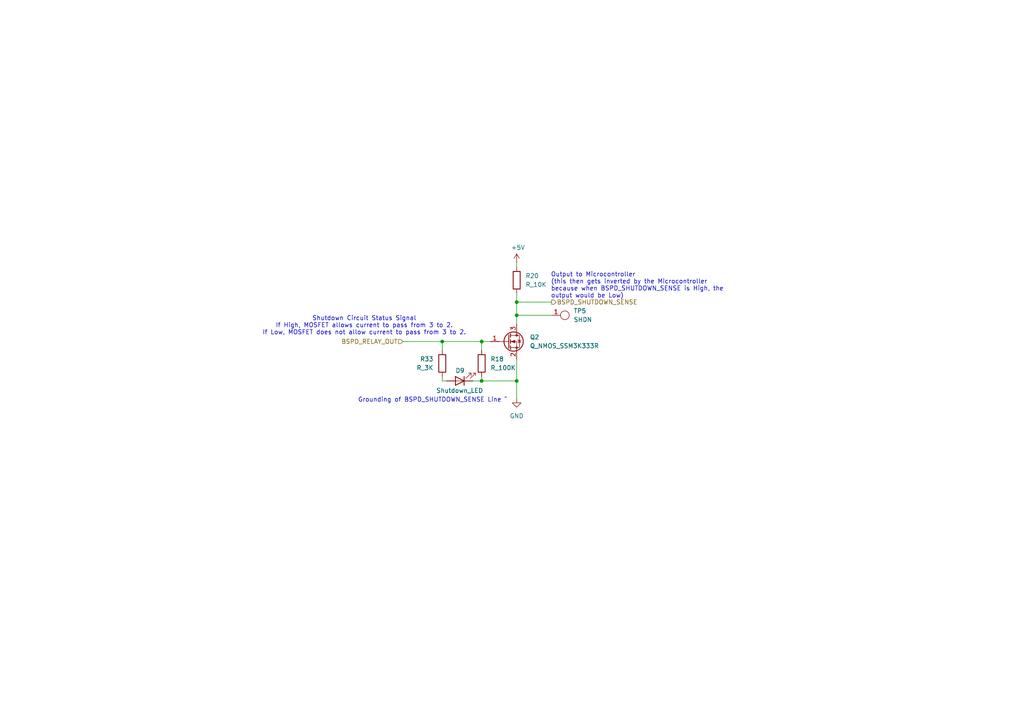
<source format=kicad_sch>
(kicad_sch
	(version 20250114)
	(generator "eeschema")
	(generator_version "9.0")
	(uuid "aade706e-ecd2-46ee-82a4-82083c270d1f")
	(paper "A4")
	(lib_symbols
		(symbol "GND_4"
			(power)
			(pin_numbers
				(hide yes)
			)
			(pin_names
				(offset 0)
				(hide yes)
			)
			(exclude_from_sim no)
			(in_bom yes)
			(on_board yes)
			(property "Reference" "#PWR"
				(at 0 -6.35 0)
				(effects
					(font
						(size 1.27 1.27)
					)
					(hide yes)
				)
			)
			(property "Value" "GND"
				(at 0 -3.81 0)
				(effects
					(font
						(size 1.27 1.27)
					)
				)
			)
			(property "Footprint" ""
				(at 0 0 0)
				(effects
					(font
						(size 1.27 1.27)
					)
					(hide yes)
				)
			)
			(property "Datasheet" ""
				(at 0 0 0)
				(effects
					(font
						(size 1.27 1.27)
					)
					(hide yes)
				)
			)
			(property "Description" "Power symbol creates a global label with name \"GND\" , ground"
				(at 0 0 0)
				(effects
					(font
						(size 1.27 1.27)
					)
					(hide yes)
				)
			)
			(property "ki_keywords" "global power"
				(at 0 0 0)
				(effects
					(font
						(size 1.27 1.27)
					)
					(hide yes)
				)
			)
			(symbol "GND_4_0_1"
				(polyline
					(pts
						(xy 0 0) (xy 0 -1.27) (xy 1.27 -1.27) (xy 0 -2.54) (xy -1.27 -1.27) (xy 0 -1.27)
					)
					(stroke
						(width 0)
						(type default)
					)
					(fill
						(type none)
					)
				)
			)
			(symbol "GND_4_1_1"
				(pin power_in line
					(at 0 0 270)
					(length 0)
					(name "~"
						(effects
							(font
								(size 1.27 1.27)
							)
						)
					)
					(number "1"
						(effects
							(font
								(size 1.27 1.27)
							)
						)
					)
				)
			)
			(embedded_fonts no)
		)
		(symbol "OEM:LED_BLUE"
			(pin_numbers
				(hide yes)
			)
			(pin_names
				(offset 1.016)
				(hide yes)
			)
			(exclude_from_sim no)
			(in_bom yes)
			(on_board yes)
			(property "Reference" "D"
				(at 0 2.54 0)
				(effects
					(font
						(size 1.27 1.27)
					)
				)
			)
			(property "Value" "LED_BLUE"
				(at 0 -2.54 0)
				(effects
					(font
						(size 1.27 1.27)
					)
				)
			)
			(property "Footprint" "OEM:CHIPLED_0805"
				(at 0 0 0)
				(effects
					(font
						(size 1.27 1.27)
					)
					(hide yes)
				)
			)
			(property "Datasheet" "${OEM_DIR}/parts/datasheets/lite-on_LTST-C171TBKT.pdf"
				(at 0 0 0)
				(effects
					(font
						(size 1.27 1.27)
					)
					(hide yes)
				)
			)
			(property "Description" "Light emitting diode blue 0805"
				(at 0 0 0)
				(effects
					(font
						(size 1.27 1.27)
					)
					(hide yes)
				)
			)
			(property "MPN" "LTST-C171TBKT"
				(at 0 0 0)
				(effects
					(font
						(size 1.27 1.27)
					)
					(hide yes)
				)
			)
			(property "MFN" "Lite-On"
				(at 0 0 0)
				(effects
					(font
						(size 1.27 1.27)
					)
					(hide yes)
				)
			)
			(property "DKPN" "160-1645-6-ND"
				(at 0 0 0)
				(effects
					(font
						(size 1.27 1.27)
					)
					(hide yes)
				)
			)
			(property "Package" "0805"
				(at 0 0 0)
				(effects
					(font
						(size 1.27 1.27)
					)
					(hide yes)
				)
			)
			(property "NewDesigns" "Yes"
				(at 0 0 0)
				(effects
					(font
						(size 1.27 1.27)
					)
					(hide yes)
				)
			)
			(property "Stocked" "Digi-Reel"
				(at 0 0 0)
				(effects
					(font
						(size 1.27 1.27)
					)
					(hide yes)
				)
			)
			(property "Style" "SMD"
				(at 0 0 0)
				(effects
					(font
						(size 1.27 1.27)
					)
					(hide yes)
				)
			)
			(property "ki_keywords" "LED diode"
				(at 0 0 0)
				(effects
					(font
						(size 1.27 1.27)
					)
					(hide yes)
				)
			)
			(property "ki_fp_filters" "LED* LED_SMD:* LED_THT:*"
				(at 0 0 0)
				(effects
					(font
						(size 1.27 1.27)
					)
					(hide yes)
				)
			)
			(symbol "LED_BLUE_0_1"
				(polyline
					(pts
						(xy -3.048 -0.762) (xy -4.572 -2.286) (xy -3.81 -2.286) (xy -4.572 -2.286) (xy -4.572 -1.524)
					)
					(stroke
						(width 0)
						(type default)
					)
					(fill
						(type none)
					)
				)
				(polyline
					(pts
						(xy -1.778 -0.762) (xy -3.302 -2.286) (xy -2.54 -2.286) (xy -3.302 -2.286) (xy -3.302 -1.524)
					)
					(stroke
						(width 0)
						(type default)
					)
					(fill
						(type none)
					)
				)
				(polyline
					(pts
						(xy -1.27 0) (xy 1.27 0)
					)
					(stroke
						(width 0)
						(type default)
					)
					(fill
						(type none)
					)
				)
				(polyline
					(pts
						(xy -1.27 -1.27) (xy -1.27 1.27)
					)
					(stroke
						(width 0.254)
						(type default)
					)
					(fill
						(type none)
					)
				)
				(polyline
					(pts
						(xy 1.27 -1.27) (xy 1.27 1.27) (xy -1.27 0) (xy 1.27 -1.27)
					)
					(stroke
						(width 0.254)
						(type default)
					)
					(fill
						(type none)
					)
				)
			)
			(symbol "LED_BLUE_1_1"
				(pin passive line
					(at -3.81 0 0)
					(length 2.54)
					(name "K"
						(effects
							(font
								(size 1.27 1.27)
							)
						)
					)
					(number "1"
						(effects
							(font
								(size 1.27 1.27)
							)
						)
					)
				)
				(pin passive line
					(at 3.81 0 180)
					(length 2.54)
					(name "A"
						(effects
							(font
								(size 1.27 1.27)
							)
						)
					)
					(number "2"
						(effects
							(font
								(size 1.27 1.27)
							)
						)
					)
				)
			)
			(embedded_fonts no)
		)
		(symbol "OEM:Q_NMOS_SSM3K333R"
			(pin_names
				(offset 0)
				(hide yes)
			)
			(exclude_from_sim no)
			(in_bom yes)
			(on_board yes)
			(property "Reference" "Q"
				(at 5.08 1.27 0)
				(effects
					(font
						(size 1.27 1.27)
					)
					(justify left)
				)
			)
			(property "Value" "Q_NMOS_SSM3K333R"
				(at 5.08 -1.27 0)
				(effects
					(font
						(size 1.27 1.27)
					)
					(justify left)
				)
			)
			(property "Footprint" "OEM:SOT-23F"
				(at 5.08 2.54 0)
				(effects
					(font
						(size 1.27 1.27)
					)
					(hide yes)
				)
			)
			(property "Datasheet" "${OEM_DIR}/parts/datasheets/toshiba_SSM3K333R.pdf"
				(at 0 0 0)
				(effects
					(font
						(size 1.27 1.27)
					)
					(hide yes)
				)
			)
			(property "Description" "N-MOSFET transistor 30V 6A 5V drive"
				(at 0 0 0)
				(effects
					(font
						(size 1.27 1.27)
					)
					(hide yes)
				)
			)
			(property "MPN" "SSM3K333R,LF"
				(at 0 0 0)
				(effects
					(font
						(size 1.27 1.27)
					)
					(hide yes)
				)
			)
			(property "MFN" "Toshiba"
				(at 0 0 0)
				(effects
					(font
						(size 1.27 1.27)
					)
					(hide yes)
				)
			)
			(property "DKPN" "SSM3K333RLFDKR-ND"
				(at 0 0 0)
				(effects
					(font
						(size 1.27 1.27)
					)
					(hide yes)
				)
			)
			(property "Package" "SOT-23"
				(at 0 0 0)
				(effects
					(font
						(size 1.27 1.27)
					)
					(hide yes)
				)
			)
			(property "NewDesigns" "YES"
				(at 0 0 0)
				(effects
					(font
						(size 1.27 1.27)
					)
					(hide yes)
				)
			)
			(property "Stocked" "Digi-Reel"
				(at 0 0 0)
				(effects
					(font
						(size 1.27 1.27)
					)
					(hide yes)
				)
			)
			(property "Style" "SMD"
				(at 0 0 0)
				(effects
					(font
						(size 1.27 1.27)
					)
					(hide yes)
				)
			)
			(property "ki_keywords" "transistor NMOS N-MOS N-MOSFET"
				(at 0 0 0)
				(effects
					(font
						(size 1.27 1.27)
					)
					(hide yes)
				)
			)
			(symbol "Q_NMOS_SSM3K333R_0_1"
				(polyline
					(pts
						(xy 0.254 1.905) (xy 0.254 -1.905)
					)
					(stroke
						(width 0.254)
						(type default)
					)
					(fill
						(type none)
					)
				)
				(polyline
					(pts
						(xy 0.254 0) (xy -2.54 0)
					)
					(stroke
						(width 0)
						(type default)
					)
					(fill
						(type none)
					)
				)
				(polyline
					(pts
						(xy 0.762 2.286) (xy 0.762 1.27)
					)
					(stroke
						(width 0.254)
						(type default)
					)
					(fill
						(type none)
					)
				)
				(polyline
					(pts
						(xy 0.762 0.508) (xy 0.762 -0.508)
					)
					(stroke
						(width 0.254)
						(type default)
					)
					(fill
						(type none)
					)
				)
				(polyline
					(pts
						(xy 0.762 -1.27) (xy 0.762 -2.286)
					)
					(stroke
						(width 0.254)
						(type default)
					)
					(fill
						(type none)
					)
				)
				(polyline
					(pts
						(xy 0.762 -1.778) (xy 3.302 -1.778) (xy 3.302 1.778) (xy 0.762 1.778)
					)
					(stroke
						(width 0)
						(type default)
					)
					(fill
						(type none)
					)
				)
				(polyline
					(pts
						(xy 1.016 0) (xy 2.032 0.381) (xy 2.032 -0.381) (xy 1.016 0)
					)
					(stroke
						(width 0)
						(type default)
					)
					(fill
						(type outline)
					)
				)
				(circle
					(center 1.651 0)
					(radius 2.794)
					(stroke
						(width 0.254)
						(type default)
					)
					(fill
						(type none)
					)
				)
				(polyline
					(pts
						(xy 2.54 2.54) (xy 2.54 1.778)
					)
					(stroke
						(width 0)
						(type default)
					)
					(fill
						(type none)
					)
				)
				(circle
					(center 2.54 1.778)
					(radius 0.254)
					(stroke
						(width 0)
						(type default)
					)
					(fill
						(type outline)
					)
				)
				(circle
					(center 2.54 -1.778)
					(radius 0.254)
					(stroke
						(width 0)
						(type default)
					)
					(fill
						(type outline)
					)
				)
				(polyline
					(pts
						(xy 2.54 -2.54) (xy 2.54 0) (xy 0.762 0)
					)
					(stroke
						(width 0)
						(type default)
					)
					(fill
						(type none)
					)
				)
				(polyline
					(pts
						(xy 2.794 0.508) (xy 2.921 0.381) (xy 3.683 0.381) (xy 3.81 0.254)
					)
					(stroke
						(width 0)
						(type default)
					)
					(fill
						(type none)
					)
				)
				(polyline
					(pts
						(xy 3.302 0.381) (xy 2.921 -0.254) (xy 3.683 -0.254) (xy 3.302 0.381)
					)
					(stroke
						(width 0)
						(type default)
					)
					(fill
						(type none)
					)
				)
			)
			(symbol "Q_NMOS_SSM3K333R_1_1"
				(pin input line
					(at -5.08 0 0)
					(length 2.54)
					(name "G"
						(effects
							(font
								(size 1.27 1.27)
							)
						)
					)
					(number "1"
						(effects
							(font
								(size 1.27 1.27)
							)
						)
					)
				)
				(pin passive line
					(at 2.54 5.08 270)
					(length 2.54)
					(name "D"
						(effects
							(font
								(size 1.27 1.27)
							)
						)
					)
					(number "3"
						(effects
							(font
								(size 1.27 1.27)
							)
						)
					)
				)
				(pin passive line
					(at 2.54 -5.08 90)
					(length 2.54)
					(name "S"
						(effects
							(font
								(size 1.27 1.27)
							)
						)
					)
					(number "2"
						(effects
							(font
								(size 1.27 1.27)
							)
						)
					)
				)
			)
			(embedded_fonts no)
		)
		(symbol "OEM:R_100K"
			(pin_numbers
				(hide yes)
			)
			(pin_names
				(offset 0)
			)
			(exclude_from_sim no)
			(in_bom yes)
			(on_board yes)
			(property "Reference" "R"
				(at 2.032 0 90)
				(effects
					(font
						(size 1.27 1.27)
					)
				)
			)
			(property "Value" "R_100K"
				(at 0 0 90)
				(effects
					(font
						(size 1.27 1.27)
					)
				)
			)
			(property "Footprint" "OEM:R_0603"
				(at -1.778 0 90)
				(effects
					(font
						(size 1.27 1.27)
					)
					(hide yes)
				)
			)
			(property "Datasheet" "${OEM_DIR}/parts/datasheets/stackpole_RMCF_RMCP.pdf"
				(at 0 0 0)
				(effects
					(font
						(size 1.27 1.27)
					)
					(hide yes)
				)
			)
			(property "Description" "Resistor 100K ohms 0603 1/10W 1%"
				(at 0 0 0)
				(effects
					(font
						(size 1.27 1.27)
					)
					(hide yes)
				)
			)
			(property "MPN" "RMCF0603FT100K"
				(at 0 0 0)
				(effects
					(font
						(size 1.27 1.27)
					)
					(hide yes)
				)
			)
			(property "MFN" "Stackpole Electronics"
				(at 0 0 0)
				(effects
					(font
						(size 1.27 1.27)
					)
					(hide yes)
				)
			)
			(property "DKPN" "RMCF0603FT100KTR-ND"
				(at 0 0 0)
				(effects
					(font
						(size 1.27 1.27)
					)
					(hide yes)
				)
			)
			(property "NewDesigns" "YES"
				(at 0 0 0)
				(effects
					(font
						(size 1.27 1.27)
					)
					(hide yes)
				)
			)
			(property "Stocked" "Reel"
				(at 0 0 0)
				(effects
					(font
						(size 1.27 1.27)
					)
					(hide yes)
				)
			)
			(property "Package" "0603"
				(at 0 0 0)
				(effects
					(font
						(size 1.27 1.27)
					)
					(hide yes)
				)
			)
			(property "Style" "SMD"
				(at 0 0 0)
				(effects
					(font
						(size 1.27 1.27)
					)
					(hide yes)
				)
			)
			(property "ki_keywords" "R res resistor "
				(at 0 0 0)
				(effects
					(font
						(size 1.27 1.27)
					)
					(hide yes)
				)
			)
			(property "ki_fp_filters" "R_*"
				(at 0 0 0)
				(effects
					(font
						(size 1.27 1.27)
					)
					(hide yes)
				)
			)
			(symbol "R_100K_0_1"
				(rectangle
					(start -1.016 -2.54)
					(end 1.016 2.54)
					(stroke
						(width 0.254)
						(type default)
					)
					(fill
						(type none)
					)
				)
			)
			(symbol "R_100K_1_1"
				(pin passive line
					(at 0 3.81 270)
					(length 1.27)
					(name "~"
						(effects
							(font
								(size 1.27 1.27)
							)
						)
					)
					(number "1"
						(effects
							(font
								(size 1.27 1.27)
							)
						)
					)
				)
				(pin passive line
					(at 0 -3.81 90)
					(length 1.27)
					(name "~"
						(effects
							(font
								(size 1.27 1.27)
							)
						)
					)
					(number "2"
						(effects
							(font
								(size 1.27 1.27)
							)
						)
					)
				)
			)
			(embedded_fonts no)
		)
		(symbol "OEM:R_10K"
			(pin_numbers
				(hide yes)
			)
			(pin_names
				(offset 0)
			)
			(exclude_from_sim no)
			(in_bom yes)
			(on_board yes)
			(property "Reference" "R"
				(at 2.032 0 90)
				(effects
					(font
						(size 1.27 1.27)
					)
				)
			)
			(property "Value" "R_10K"
				(at 0 0 90)
				(effects
					(font
						(size 1.27 1.27)
					)
				)
			)
			(property "Footprint" "OEM:R_0603"
				(at -1.778 0 90)
				(effects
					(font
						(size 1.27 1.27)
					)
					(hide yes)
				)
			)
			(property "Datasheet" "${OEM_DIR}/parts/datasheets/stackpole_RMCF_RMCP.pdf"
				(at 0 0 0)
				(effects
					(font
						(size 1.27 1.27)
					)
					(hide yes)
				)
			)
			(property "Description" "Resistor 10K ohm 0603 1/10W 1%"
				(at 0 0 0)
				(effects
					(font
						(size 1.27 1.27)
					)
					(hide yes)
				)
			)
			(property "MPN" "RMCF0603FT10K0"
				(at 0 0 0)
				(effects
					(font
						(size 1.27 1.27)
					)
					(hide yes)
				)
			)
			(property "MFN" "Stackpole Electronics"
				(at 0 0 0)
				(effects
					(font
						(size 1.27 1.27)
					)
					(hide yes)
				)
			)
			(property "DKPN" "RMCF0603FT10K0TR-ND"
				(at 0 0 0)
				(effects
					(font
						(size 1.27 1.27)
					)
					(hide yes)
				)
			)
			(property "Package" "0603"
				(at 0 0 0)
				(effects
					(font
						(size 1.27 1.27)
					)
					(hide yes)
				)
			)
			(property "NewDesigns" "YES"
				(at 0 0 0)
				(effects
					(font
						(size 1.27 1.27)
					)
					(hide yes)
				)
			)
			(property "Stocked" "Reel"
				(at 0 0 0)
				(effects
					(font
						(size 1.27 1.27)
					)
					(hide yes)
				)
			)
			(property "Style" "SMD"
				(at 0 0 0)
				(effects
					(font
						(size 1.27 1.27)
					)
					(hide yes)
				)
			)
			(property "ki_keywords" "R res resistor "
				(at 0 0 0)
				(effects
					(font
						(size 1.27 1.27)
					)
					(hide yes)
				)
			)
			(property "ki_fp_filters" "R_*"
				(at 0 0 0)
				(effects
					(font
						(size 1.27 1.27)
					)
					(hide yes)
				)
			)
			(symbol "R_10K_0_1"
				(rectangle
					(start -1.016 -2.54)
					(end 1.016 2.54)
					(stroke
						(width 0.254)
						(type default)
					)
					(fill
						(type none)
					)
				)
			)
			(symbol "R_10K_1_1"
				(pin passive line
					(at 0 3.81 270)
					(length 1.27)
					(name "~"
						(effects
							(font
								(size 1.27 1.27)
							)
						)
					)
					(number "1"
						(effects
							(font
								(size 1.27 1.27)
							)
						)
					)
				)
				(pin passive line
					(at 0 -3.81 90)
					(length 1.27)
					(name "~"
						(effects
							(font
								(size 1.27 1.27)
							)
						)
					)
					(number "2"
						(effects
							(font
								(size 1.27 1.27)
							)
						)
					)
				)
			)
			(embedded_fonts no)
		)
		(symbol "OEM:R_3K"
			(pin_numbers
				(hide yes)
			)
			(pin_names
				(offset 0)
			)
			(exclude_from_sim no)
			(in_bom yes)
			(on_board yes)
			(property "Reference" "R"
				(at 2.032 0 90)
				(effects
					(font
						(size 1.27 1.27)
					)
				)
			)
			(property "Value" "R_3K"
				(at 0 0 90)
				(effects
					(font
						(size 1.27 1.27)
					)
				)
			)
			(property "Footprint" "OEM:R_0603"
				(at -1.778 0 90)
				(effects
					(font
						(size 1.27 1.27)
					)
					(hide yes)
				)
			)
			(property "Datasheet" "https://www.yageo.com/upload/media/product/productsearch/datasheet/rchip/PYu-YC_TC_group_51_RoHS_L_9.pdf"
				(at 0 0 0)
				(effects
					(font
						(size 1.27 1.27)
					)
					(hide yes)
				)
			)
			(property "Description" "Resistor 3K ohm 0603 1/10W 1%"
				(at 0 0 0)
				(effects
					(font
						(size 1.27 1.27)
					)
					(hide yes)
				)
			)
			(property "MPN" "RC0603FR-103KL"
				(at 0 0 0)
				(effects
					(font
						(size 1.27 1.27)
					)
					(hide yes)
				)
			)
			(property "DKPN" "13-RC0603FR-103KLDKR-ND"
				(at 0 0 0)
				(effects
					(font
						(size 1.27 1.27)
					)
					(hide yes)
				)
			)
			(property "MFN" "Yageo"
				(at 0 0 0)
				(effects
					(font
						(size 1.27 1.27)
					)
					(hide yes)
				)
			)
			(property "NewDesigns" "YES"
				(at 0 0 0)
				(effects
					(font
						(size 1.27 1.27)
					)
					(hide yes)
				)
			)
			(property "Stocked" "Digi-Reel"
				(at 0 0 0)
				(effects
					(font
						(size 1.27 1.27)
					)
					(hide yes)
				)
			)
			(property "Package" "0603"
				(at 0 0 0)
				(effects
					(font
						(size 1.27 1.27)
					)
					(hide yes)
				)
			)
			(property "Style" "SMD"
				(at 0 0 0)
				(effects
					(font
						(size 1.27 1.27)
					)
					(hide yes)
				)
			)
			(property "ki_keywords" "R res resistor "
				(at 0 0 0)
				(effects
					(font
						(size 1.27 1.27)
					)
					(hide yes)
				)
			)
			(property "ki_fp_filters" "R_*"
				(at 0 0 0)
				(effects
					(font
						(size 1.27 1.27)
					)
					(hide yes)
				)
			)
			(symbol "R_3K_0_1"
				(rectangle
					(start -1.016 -2.54)
					(end 1.016 2.54)
					(stroke
						(width 0.254)
						(type default)
					)
					(fill
						(type none)
					)
				)
			)
			(symbol "R_3K_1_1"
				(pin passive line
					(at 0 3.81 270)
					(length 1.27)
					(name "~"
						(effects
							(font
								(size 1.27 1.27)
							)
						)
					)
					(number "1"
						(effects
							(font
								(size 1.27 1.27)
							)
						)
					)
				)
				(pin passive line
					(at 0 -3.81 90)
					(length 1.27)
					(name "~"
						(effects
							(font
								(size 1.27 1.27)
							)
						)
					)
					(number "2"
						(effects
							(font
								(size 1.27 1.27)
							)
						)
					)
				)
			)
			(embedded_fonts no)
		)
		(symbol "TP_SMD_1"
			(pin_names
				(offset 1.016)
			)
			(exclude_from_sim no)
			(in_bom yes)
			(on_board yes)
			(property "Reference" "TP"
				(at 0 7.62 0)
				(effects
					(font
						(size 1.27 1.27)
					)
				)
			)
			(property "Value" "TP_SMD"
				(at 1.27 5.08 0)
				(effects
					(font
						(size 1.27 1.27)
					)
				)
			)
			(property "Footprint" "OEM:Test_Point_SMD"
				(at 0 -3.81 0)
				(effects
					(font
						(size 1.27 1.27)
					)
					(hide yes)
				)
			)
			(property "Datasheet" ""
				(at 0 0 0)
				(effects
					(font
						(size 1.27 1.27)
					)
					(hide yes)
				)
			)
			(property "Description" "test point SMD hook"
				(at 0 0 0)
				(effects
					(font
						(size 1.27 1.27)
					)
					(hide yes)
				)
			)
			(property "MPN" "5019"
				(at 0 0 0)
				(effects
					(font
						(size 1.27 1.27)
					)
					(hide yes)
				)
			)
			(property "MFN" "Keystone"
				(at 0 0 0)
				(effects
					(font
						(size 1.27 1.27)
					)
					(hide yes)
				)
			)
			(property "DKPN" "36-5019TR-ND"
				(at 0 0 0)
				(effects
					(font
						(size 1.27 1.27)
					)
					(hide yes)
				)
			)
			(property "NewDesigns" "YES"
				(at 0 0 0)
				(effects
					(font
						(size 1.27 1.27)
					)
					(hide yes)
				)
			)
			(property "Stocked" "Reel"
				(at 0 0 0)
				(effects
					(font
						(size 1.27 1.27)
					)
					(hide yes)
				)
			)
			(property "Package" "Custom"
				(at 0 0 0)
				(effects
					(font
						(size 1.27 1.27)
					)
					(hide yes)
				)
			)
			(property "Style" "SMD"
				(at 0 0 0)
				(effects
					(font
						(size 1.27 1.27)
					)
					(hide yes)
				)
			)
			(symbol "TP_SMD_1_1_1"
				(circle
					(center 0 2.54)
					(radius 1.27)
					(stroke
						(width 0)
						(type default)
					)
					(fill
						(type none)
					)
				)
				(pin input line
					(at 0 -1.27 90)
					(length 2.54)
					(name "~"
						(effects
							(font
								(size 1.27 1.27)
							)
						)
					)
					(number "1"
						(effects
							(font
								(size 1.27 1.27)
							)
						)
					)
				)
			)
			(embedded_fonts no)
		)
		(symbol "power:+5V"
			(power)
			(pin_names
				(offset 0)
			)
			(exclude_from_sim no)
			(in_bom yes)
			(on_board yes)
			(property "Reference" "#PWR"
				(at 0 -3.81 0)
				(effects
					(font
						(size 1.27 1.27)
					)
					(hide yes)
				)
			)
			(property "Value" "+5V"
				(at 0 3.556 0)
				(effects
					(font
						(size 1.27 1.27)
					)
				)
			)
			(property "Footprint" ""
				(at 0 0 0)
				(effects
					(font
						(size 1.27 1.27)
					)
					(hide yes)
				)
			)
			(property "Datasheet" ""
				(at 0 0 0)
				(effects
					(font
						(size 1.27 1.27)
					)
					(hide yes)
				)
			)
			(property "Description" "Power symbol creates a global label with name \"+5V\""
				(at 0 0 0)
				(effects
					(font
						(size 1.27 1.27)
					)
					(hide yes)
				)
			)
			(property "ki_keywords" "power-flag"
				(at 0 0 0)
				(effects
					(font
						(size 1.27 1.27)
					)
					(hide yes)
				)
			)
			(symbol "+5V_0_1"
				(polyline
					(pts
						(xy -0.762 1.27) (xy 0 2.54)
					)
					(stroke
						(width 0)
						(type default)
					)
					(fill
						(type none)
					)
				)
				(polyline
					(pts
						(xy 0 2.54) (xy 0.762 1.27)
					)
					(stroke
						(width 0)
						(type default)
					)
					(fill
						(type none)
					)
				)
				(polyline
					(pts
						(xy 0 0) (xy 0 2.54)
					)
					(stroke
						(width 0)
						(type default)
					)
					(fill
						(type none)
					)
				)
			)
			(symbol "+5V_1_1"
				(pin power_in line
					(at 0 0 90)
					(length 0)
					(hide yes)
					(name "+5V"
						(effects
							(font
								(size 1.27 1.27)
							)
						)
					)
					(number "1"
						(effects
							(font
								(size 1.27 1.27)
							)
						)
					)
				)
			)
			(embedded_fonts no)
		)
	)
	(text "Output to Microcontroller\n(this then gets inverted by the Microcontroller \nbecause when BSPD_SHUTDOWN_SENSE is High, the \noutput would be Low)"
		(exclude_from_sim no)
		(at 159.766 82.804 0)
		(effects
			(font
				(size 1.27 1.27)
			)
			(justify left)
		)
		(uuid "8690d7a8-56f0-4060-b8ee-b160c086120d")
	)
	(text "Grounding of BSPD_SHUTDOWN_SENSE Line ^"
		(exclude_from_sim no)
		(at 125.476 116.078 0)
		(effects
			(font
				(size 1.27 1.27)
			)
		)
		(uuid "b4cad6f5-30a5-4b97-8dd9-4d3215ea3e44")
	)
	(text "Shutdown Circuit Status Signal\nIf High, MOSFET allows current to pass from 3 to 2.\nIf Low, MOSFET does not allow current to pass from 3 to 2."
		(exclude_from_sim no)
		(at 105.664 94.488 0)
		(effects
			(font
				(size 1.27 1.27)
			)
		)
		(uuid "e1e8722b-3918-4985-b935-894a655971b3")
	)
	(junction
		(at 149.86 110.49)
		(diameter 0)
		(color 0 0 0 0)
		(uuid "2ce161bc-c2cf-4784-b28a-ab8a98a94ea4")
	)
	(junction
		(at 128.27 99.06)
		(diameter 0)
		(color 0 0 0 0)
		(uuid "465da726-0487-4f0b-ba52-f9f9d852f5b4")
	)
	(junction
		(at 139.7 110.49)
		(diameter 0)
		(color 0 0 0 0)
		(uuid "47cdb66e-b764-4f40-a18d-acc4ec607fda")
	)
	(junction
		(at 149.86 91.44)
		(diameter 0)
		(color 0 0 0 0)
		(uuid "4ba72a43-be54-41cd-a5f1-ea61ee38bd26")
	)
	(junction
		(at 149.86 87.63)
		(diameter 0)
		(color 0 0 0 0)
		(uuid "de08e1f3-ba32-4e27-92b8-e579c62a448e")
	)
	(junction
		(at 139.7 99.06)
		(diameter 0)
		(color 0 0 0 0)
		(uuid "f55ff5f0-fc62-440a-accd-1ad02ffc9b99")
	)
	(wire
		(pts
			(xy 128.27 110.49) (xy 129.54 110.49)
		)
		(stroke
			(width 0)
			(type default)
		)
		(uuid "1b558b07-5862-436a-88cb-53de7496869d")
	)
	(wire
		(pts
			(xy 128.27 109.22) (xy 128.27 110.49)
		)
		(stroke
			(width 0)
			(type default)
		)
		(uuid "2f9731cb-cb5d-4cb9-b696-6c3bb4f558ae")
	)
	(wire
		(pts
			(xy 149.86 104.14) (xy 149.86 110.49)
		)
		(stroke
			(width 0)
			(type default)
		)
		(uuid "34d5596d-a70e-482e-bc89-75272a2b53bb")
	)
	(wire
		(pts
			(xy 149.86 87.63) (xy 149.86 91.44)
		)
		(stroke
			(width 0)
			(type default)
		)
		(uuid "4baae018-1691-46fd-b059-88a7925c78cf")
	)
	(wire
		(pts
			(xy 149.86 87.63) (xy 160.02 87.63)
		)
		(stroke
			(width 0)
			(type default)
		)
		(uuid "5ae6b7d5-3aac-40d4-b8a0-e20ffa69db48")
	)
	(wire
		(pts
			(xy 149.86 85.09) (xy 149.86 87.63)
		)
		(stroke
			(width 0)
			(type default)
		)
		(uuid "65fe7b60-5cfb-4cc4-891c-5f310d0f7fe6")
	)
	(wire
		(pts
			(xy 149.86 91.44) (xy 160.02 91.44)
		)
		(stroke
			(width 0)
			(type default)
		)
		(uuid "75b85e92-dabc-4b59-a701-9c7f6120bae1")
	)
	(wire
		(pts
			(xy 139.7 110.49) (xy 149.86 110.49)
		)
		(stroke
			(width 0)
			(type default)
		)
		(uuid "7eb75375-3215-4c31-af9d-c0f295d3b37e")
	)
	(wire
		(pts
			(xy 139.7 99.06) (xy 139.7 101.6)
		)
		(stroke
			(width 0)
			(type default)
		)
		(uuid "9a247c12-fe98-42e2-9128-014ca4b5cee8")
	)
	(wire
		(pts
			(xy 116.84 99.06) (xy 128.27 99.06)
		)
		(stroke
			(width 0)
			(type default)
		)
		(uuid "a166fd90-9522-4bde-a9d5-3ad7f5f6cf17")
	)
	(wire
		(pts
			(xy 139.7 109.22) (xy 139.7 110.49)
		)
		(stroke
			(width 0)
			(type default)
		)
		(uuid "b23364b8-2105-4a04-afe9-8a4e28b258d4")
	)
	(wire
		(pts
			(xy 149.86 76.2) (xy 149.86 77.47)
		)
		(stroke
			(width 0)
			(type default)
		)
		(uuid "c1c50512-a41b-428c-9111-49e6f9219ae9")
	)
	(wire
		(pts
			(xy 149.86 91.44) (xy 149.86 93.98)
		)
		(stroke
			(width 0)
			(type default)
		)
		(uuid "cc1393e3-2d0c-4a21-b21a-900f95047c1f")
	)
	(wire
		(pts
			(xy 128.27 99.06) (xy 139.7 99.06)
		)
		(stroke
			(width 0)
			(type default)
		)
		(uuid "cc7123d3-940b-40c6-a3e1-d00977b12de9")
	)
	(wire
		(pts
			(xy 137.16 110.49) (xy 139.7 110.49)
		)
		(stroke
			(width 0)
			(type default)
		)
		(uuid "dea05c16-61e4-4847-a638-9fa414d0c35e")
	)
	(wire
		(pts
			(xy 139.7 99.06) (xy 142.24 99.06)
		)
		(stroke
			(width 0)
			(type default)
		)
		(uuid "f10f9daa-6bc1-4812-a092-ab31ee1dce10")
	)
	(wire
		(pts
			(xy 149.86 110.49) (xy 149.86 115.57)
		)
		(stroke
			(width 0)
			(type default)
		)
		(uuid "f209dcd3-25c6-429d-93fe-f3ec448cc52c")
	)
	(wire
		(pts
			(xy 128.27 99.06) (xy 128.27 101.6)
		)
		(stroke
			(width 0)
			(type default)
		)
		(uuid "fc77df95-71cf-495c-98e2-98c8f035ee7d")
	)
	(hierarchical_label "BSPD_SHUTDOWN_SENSE"
		(shape output)
		(at 160.02 87.63 0)
		(effects
			(font
				(size 1.27 1.27)
			)
			(justify left)
		)
		(uuid "1a87b0d8-3d4c-4bce-99ee-c87e559b529d")
	)
	(hierarchical_label "BSPD_RELAY_OUT"
		(shape input)
		(at 116.84 99.06 180)
		(effects
			(font
				(size 1.27 1.27)
			)
			(justify right)
		)
		(uuid "769846ae-841e-44c4-b7b3-ecce8d3038e4")
	)
	(symbol
		(lib_id "OEM:LED_BLUE")
		(at 133.35 110.49 180)
		(unit 1)
		(exclude_from_sim no)
		(in_bom yes)
		(on_board yes)
		(dnp no)
		(uuid "0892770f-3011-4e6c-86f2-d1eea50c2abd")
		(property "Reference" "D9"
			(at 132.08 108.204 0)
			(effects
				(font
					(size 1.27 1.27)
				)
				(justify right top)
			)
		)
		(property "Value" "Shutdown_LED"
			(at 126.492 113.284 0)
			(effects
				(font
					(size 1.27 1.27)
				)
				(justify right)
			)
		)
		(property "Footprint" "OEM:CHIPLED_0805"
			(at 133.35 110.49 0)
			(effects
				(font
					(size 1.27 1.27)
				)
				(hide yes)
			)
		)
		(property "Datasheet" "${OEM_DIR}/parts/datasheets/lite-on_LTST-C171TBKT.pdf"
			(at 133.35 110.49 0)
			(effects
				(font
					(size 1.27 1.27)
				)
				(hide yes)
			)
		)
		(property "Description" ""
			(at 133.35 110.49 0)
			(effects
				(font
					(size 1.27 1.27)
				)
				(hide yes)
			)
		)
		(property "MFN" "Lite-On"
			(at 133.35 110.49 0)
			(effects
				(font
					(size 1.27 1.27)
				)
				(hide yes)
			)
		)
		(property "MPN" "LTST-C171TBKT"
			(at 133.35 110.49 0)
			(effects
				(font
					(size 1.27 1.27)
				)
				(hide yes)
			)
		)
		(property "DKPN" "160-1645-6-ND"
			(at 133.35 110.49 0)
			(effects
				(font
					(size 1.27 1.27)
				)
				(hide yes)
			)
		)
		(property "Package" "0805"
			(at 133.35 110.49 0)
			(effects
				(font
					(size 1.27 1.27)
				)
				(hide yes)
			)
		)
		(property "NewDesigns" "Yes"
			(at 133.35 110.49 0)
			(effects
				(font
					(size 1.27 1.27)
				)
				(hide yes)
			)
		)
		(property "Stocked" "Digi-Reel"
			(at 133.35 110.49 0)
			(effects
				(font
					(size 1.27 1.27)
				)
				(hide yes)
			)
		)
		(property "Style" "SMD"
			(at 133.35 110.49 0)
			(effects
				(font
					(size 1.27 1.27)
				)
				(hide yes)
			)
		)
		(pin "1"
			(uuid "c62db1fc-8753-4d4c-bf78-3fa2040581ce")
		)
		(pin "2"
			(uuid "3e8f1a58-f0c5-4f11-b22d-719ed31a4e83")
		)
		(instances
			(project "VCU"
				(path "/ec5dd9e3-3092-4af4-bee1-94131d9ab7f8/94fd2aa4-01d0-4ff6-ad4a-b2bd357b9cf8"
					(reference "D9")
					(unit 1)
				)
			)
		)
	)
	(symbol
		(lib_name "TP_SMD_1")
		(lib_id "OEM:TP_SMD")
		(at 161.29 91.44 270)
		(unit 1)
		(exclude_from_sim no)
		(in_bom yes)
		(on_board yes)
		(dnp no)
		(fields_autoplaced yes)
		(uuid "0f689347-f42d-4c8a-8648-2da4b27d0dbd")
		(property "Reference" "TP5"
			(at 166.37 90.1699 90)
			(effects
				(font
					(size 1.27 1.27)
				)
				(justify left)
			)
		)
		(property "Value" "SHDN"
			(at 166.37 92.7099 90)
			(effects
				(font
					(size 1.27 1.27)
				)
				(justify left)
			)
		)
		(property "Footprint" "OEM:Test_Point_SMD"
			(at 157.48 91.44 0)
			(effects
				(font
					(size 1.27 1.27)
				)
				(hide yes)
			)
		)
		(property "Datasheet" ""
			(at 161.29 91.44 0)
			(effects
				(font
					(size 1.27 1.27)
				)
				(hide yes)
			)
		)
		(property "Description" "test point SMD hook"
			(at 161.29 91.44 0)
			(effects
				(font
					(size 1.27 1.27)
				)
				(hide yes)
			)
		)
		(property "MPN" "5019"
			(at 161.29 91.44 0)
			(effects
				(font
					(size 1.27 1.27)
				)
				(hide yes)
			)
		)
		(property "MFN" "Keystone"
			(at 161.29 91.44 0)
			(effects
				(font
					(size 1.27 1.27)
				)
				(hide yes)
			)
		)
		(property "DKPN" "36-5019TR-ND"
			(at 161.29 91.44 0)
			(effects
				(font
					(size 1.27 1.27)
				)
				(hide yes)
			)
		)
		(property "NewDesigns" "YES"
			(at 161.29 91.44 0)
			(effects
				(font
					(size 1.27 1.27)
				)
				(hide yes)
			)
		)
		(property "Stocked" "Reel"
			(at 161.29 91.44 0)
			(effects
				(font
					(size 1.27 1.27)
				)
				(hide yes)
			)
		)
		(property "Package" "Custom"
			(at 161.29 91.44 0)
			(effects
				(font
					(size 1.27 1.27)
				)
				(hide yes)
			)
		)
		(property "Style" "SMD"
			(at 161.29 91.44 0)
			(effects
				(font
					(size 1.27 1.27)
				)
				(hide yes)
			)
		)
		(pin "1"
			(uuid "dc532780-9149-4c70-9294-a90acd378f18")
		)
		(instances
			(project "VCU"
				(path "/ec5dd9e3-3092-4af4-bee1-94131d9ab7f8/94fd2aa4-01d0-4ff6-ad4a-b2bd357b9cf8"
					(reference "TP5")
					(unit 1)
				)
			)
		)
	)
	(symbol
		(lib_id "OEM:R_3K")
		(at 128.27 105.41 0)
		(mirror x)
		(unit 1)
		(exclude_from_sim no)
		(in_bom yes)
		(on_board yes)
		(dnp no)
		(uuid "10b13e42-5007-4553-b4c5-46dd2244ca38")
		(property "Reference" "R33"
			(at 125.73 104.1399 0)
			(effects
				(font
					(size 1.27 1.27)
				)
				(justify right)
			)
		)
		(property "Value" "R_3K"
			(at 125.73 106.6799 0)
			(effects
				(font
					(size 1.27 1.27)
				)
				(justify right)
			)
		)
		(property "Footprint" "OEM:R_0603"
			(at 126.492 105.41 90)
			(effects
				(font
					(size 1.27 1.27)
				)
				(hide yes)
			)
		)
		(property "Datasheet" "https://www.yageo.com/upload/media/product/productsearch/datasheet/rchip/PYu-YC_TC_group_51_RoHS_L_9.pdf"
			(at 128.27 105.41 0)
			(effects
				(font
					(size 1.27 1.27)
				)
				(hide yes)
			)
		)
		(property "Description" "Resistor 3K ohm 0603 1/10W 1%"
			(at 128.27 105.41 0)
			(effects
				(font
					(size 1.27 1.27)
				)
				(hide yes)
			)
		)
		(property "MPN" "RC0603FR-103KL"
			(at 128.27 105.41 0)
			(effects
				(font
					(size 1.27 1.27)
				)
				(hide yes)
			)
		)
		(property "DKPN" "13-RC0603FR-103KLDKR-ND"
			(at 128.27 105.41 0)
			(effects
				(font
					(size 1.27 1.27)
				)
				(hide yes)
			)
		)
		(property "MFN" "Yageo"
			(at 128.27 105.41 0)
			(effects
				(font
					(size 1.27 1.27)
				)
				(hide yes)
			)
		)
		(property "NewDesigns" "YES"
			(at 128.27 105.41 0)
			(effects
				(font
					(size 1.27 1.27)
				)
				(hide yes)
			)
		)
		(property "Stocked" "Digi-Reel"
			(at 128.27 105.41 0)
			(effects
				(font
					(size 1.27 1.27)
				)
				(hide yes)
			)
		)
		(property "Package" "0603"
			(at 128.27 105.41 0)
			(effects
				(font
					(size 1.27 1.27)
				)
				(hide yes)
			)
		)
		(property "Style" "SMD"
			(at 128.27 105.41 0)
			(effects
				(font
					(size 1.27 1.27)
				)
				(hide yes)
			)
		)
		(pin "2"
			(uuid "8650d2b2-fdf2-455f-ab09-fc1526f39393")
		)
		(pin "1"
			(uuid "6a440147-5054-4eec-b879-99fd67effae7")
		)
		(instances
			(project "VCU"
				(path "/ec5dd9e3-3092-4af4-bee1-94131d9ab7f8/94fd2aa4-01d0-4ff6-ad4a-b2bd357b9cf8"
					(reference "R33")
					(unit 1)
				)
			)
		)
	)
	(symbol
		(lib_id "OEM:Q_NMOS_SSM3K333R")
		(at 147.32 99.06 0)
		(unit 1)
		(exclude_from_sim no)
		(in_bom yes)
		(on_board yes)
		(dnp no)
		(fields_autoplaced yes)
		(uuid "4c9ebc4f-792b-4eab-a15c-756869f941af")
		(property "Reference" "Q2"
			(at 153.67 97.7899 0)
			(effects
				(font
					(size 1.27 1.27)
				)
				(justify left)
			)
		)
		(property "Value" "Q_NMOS_SSM3K333R"
			(at 153.67 100.3299 0)
			(effects
				(font
					(size 1.27 1.27)
				)
				(justify left)
			)
		)
		(property "Footprint" "OEM:SOT-23F"
			(at 152.4 96.52 0)
			(effects
				(font
					(size 1.27 1.27)
				)
				(hide yes)
			)
		)
		(property "Datasheet" "${OEM_DIR}/parts/datasheets/toshiba_SSM3K333R.pdf"
			(at 147.32 99.06 0)
			(effects
				(font
					(size 1.27 1.27)
				)
				(hide yes)
			)
		)
		(property "Description" "N-MOSFET transistor 30V 6A 5V drive"
			(at 147.32 99.06 0)
			(effects
				(font
					(size 1.27 1.27)
				)
				(hide yes)
			)
		)
		(property "MPN" "SSM3K333R,LF"
			(at 147.32 99.06 0)
			(effects
				(font
					(size 1.27 1.27)
				)
				(hide yes)
			)
		)
		(property "MFN" "Toshiba"
			(at 147.32 99.06 0)
			(effects
				(font
					(size 1.27 1.27)
				)
				(hide yes)
			)
		)
		(property "DKPN" "SSM3K333RLFDKR-ND"
			(at 147.32 99.06 0)
			(effects
				(font
					(size 1.27 1.27)
				)
				(hide yes)
			)
		)
		(property "Package" "SOT-23"
			(at 147.32 99.06 0)
			(effects
				(font
					(size 1.27 1.27)
				)
				(hide yes)
			)
		)
		(property "NewDesigns" "YES"
			(at 147.32 99.06 0)
			(effects
				(font
					(size 1.27 1.27)
				)
				(hide yes)
			)
		)
		(property "Stocked" "Digi-Reel"
			(at 147.32 99.06 0)
			(effects
				(font
					(size 1.27 1.27)
				)
				(hide yes)
			)
		)
		(property "Style" "SMD"
			(at 147.32 99.06 0)
			(effects
				(font
					(size 1.27 1.27)
				)
				(hide yes)
			)
		)
		(pin "1"
			(uuid "7d42da9a-8c70-49ca-b547-adecb9aad8be")
		)
		(pin "2"
			(uuid "64faea8d-3132-4379-8542-773fee8c3e05")
		)
		(pin "3"
			(uuid "64ab57fd-30df-4462-8d27-a183bb80f17f")
		)
		(instances
			(project "VCU"
				(path "/ec5dd9e3-3092-4af4-bee1-94131d9ab7f8/94fd2aa4-01d0-4ff6-ad4a-b2bd357b9cf8"
					(reference "Q2")
					(unit 1)
				)
			)
		)
	)
	(symbol
		(lib_id "OEM:R_100K")
		(at 139.7 105.41 0)
		(unit 1)
		(exclude_from_sim no)
		(in_bom yes)
		(on_board yes)
		(dnp no)
		(fields_autoplaced yes)
		(uuid "57d386c1-02de-4625-947e-1adf7a720e3d")
		(property "Reference" "R18"
			(at 142.24 104.1399 0)
			(effects
				(font
					(size 1.27 1.27)
				)
				(justify left)
			)
		)
		(property "Value" "R_100K"
			(at 142.24 106.6799 0)
			(effects
				(font
					(size 1.27 1.27)
				)
				(justify left)
			)
		)
		(property "Footprint" "OEM:R_0603"
			(at 137.922 105.41 90)
			(effects
				(font
					(size 1.27 1.27)
				)
				(hide yes)
			)
		)
		(property "Datasheet" "${OEM_DIR}/parts/datasheets/stackpole_RMCF_RMCP.pdf"
			(at 139.7 105.41 0)
			(effects
				(font
					(size 1.27 1.27)
				)
				(hide yes)
			)
		)
		(property "Description" "Resistor 100K ohms 0603 1/10W 1%"
			(at 139.7 105.41 0)
			(effects
				(font
					(size 1.27 1.27)
				)
				(hide yes)
			)
		)
		(property "MPN" "RMCF0603FT100K"
			(at 139.7 105.41 0)
			(effects
				(font
					(size 1.27 1.27)
				)
				(hide yes)
			)
		)
		(property "MFN" "Stackpole Electronics"
			(at 139.7 105.41 0)
			(effects
				(font
					(size 1.27 1.27)
				)
				(hide yes)
			)
		)
		(property "DKPN" "RMCF0603FT100KTR-ND"
			(at 139.7 105.41 0)
			(effects
				(font
					(size 1.27 1.27)
				)
				(hide yes)
			)
		)
		(property "NewDesigns" "YES"
			(at 139.7 105.41 0)
			(effects
				(font
					(size 1.27 1.27)
				)
				(hide yes)
			)
		)
		(property "Stocked" "Reel"
			(at 139.7 105.41 0)
			(effects
				(font
					(size 1.27 1.27)
				)
				(hide yes)
			)
		)
		(property "Package" "0603"
			(at 139.7 105.41 0)
			(effects
				(font
					(size 1.27 1.27)
				)
				(hide yes)
			)
		)
		(property "Style" "SMD"
			(at 139.7 105.41 0)
			(effects
				(font
					(size 1.27 1.27)
				)
				(hide yes)
			)
		)
		(pin "1"
			(uuid "40ae845b-0408-441d-8a10-1f39eb055e99")
		)
		(pin "2"
			(uuid "357abee4-684e-4c0e-a76e-8e746376eef1")
		)
		(instances
			(project "VCU"
				(path "/ec5dd9e3-3092-4af4-bee1-94131d9ab7f8/94fd2aa4-01d0-4ff6-ad4a-b2bd357b9cf8"
					(reference "R18")
					(unit 1)
				)
			)
		)
	)
	(symbol
		(lib_id "power:+5V")
		(at 149.86 76.2 0)
		(unit 1)
		(exclude_from_sim no)
		(in_bom yes)
		(on_board yes)
		(dnp no)
		(uuid "c0752272-431f-4df3-a7c0-c2a0309ddfab")
		(property "Reference" "#PWR?"
			(at 149.86 80.01 0)
			(effects
				(font
					(size 1.27 1.27)
				)
				(hide yes)
			)
		)
		(property "Value" "+5V"
			(at 150.241 71.8058 0)
			(effects
				(font
					(size 1.27 1.27)
				)
			)
		)
		(property "Footprint" ""
			(at 149.86 76.2 0)
			(effects
				(font
					(size 1.27 1.27)
				)
				(hide yes)
			)
		)
		(property "Datasheet" ""
			(at 149.86 76.2 0)
			(effects
				(font
					(size 1.27 1.27)
				)
				(hide yes)
			)
		)
		(property "Description" ""
			(at 149.86 76.2 0)
			(effects
				(font
					(size 1.27 1.27)
				)
				(hide yes)
			)
		)
		(pin "1"
			(uuid "f8d7dde1-ba37-4406-9fad-70adb31a2226")
		)
		(instances
			(project "VCU"
				(path "/ec5dd9e3-3092-4af4-bee1-94131d9ab7f8/94fd2aa4-01d0-4ff6-ad4a-b2bd357b9cf8"
					(reference "#PWR?")
					(unit 1)
				)
			)
		)
	)
	(symbol
		(lib_id "OEM:R_10K")
		(at 149.86 81.28 0)
		(unit 1)
		(exclude_from_sim no)
		(in_bom yes)
		(on_board yes)
		(dnp no)
		(fields_autoplaced yes)
		(uuid "c1fefeef-9dc0-4dfc-9cf5-d4a699f05ebb")
		(property "Reference" "R20"
			(at 152.4 80.0099 0)
			(effects
				(font
					(size 1.27 1.27)
				)
				(justify left)
			)
		)
		(property "Value" "R_10K"
			(at 152.4 82.5499 0)
			(effects
				(font
					(size 1.27 1.27)
				)
				(justify left)
			)
		)
		(property "Footprint" "OEM:R_0603"
			(at 148.082 81.28 90)
			(effects
				(font
					(size 1.27 1.27)
				)
				(hide yes)
			)
		)
		(property "Datasheet" "${OEM_DIR}/parts/datasheets/stackpole_RMCF_RMCP.pdf"
			(at 149.86 81.28 0)
			(effects
				(font
					(size 1.27 1.27)
				)
				(hide yes)
			)
		)
		(property "Description" "Resistor 10K ohm 0603 1/10W 1%"
			(at 149.86 81.28 0)
			(effects
				(font
					(size 1.27 1.27)
				)
				(hide yes)
			)
		)
		(property "MPN" "RMCF0603FT10K0"
			(at 149.86 81.28 0)
			(effects
				(font
					(size 1.27 1.27)
				)
				(hide yes)
			)
		)
		(property "MFN" "Stackpole Electronics"
			(at 149.86 81.28 0)
			(effects
				(font
					(size 1.27 1.27)
				)
				(hide yes)
			)
		)
		(property "DKPN" "RMCF0603FT10K0TR-ND"
			(at 149.86 81.28 0)
			(effects
				(font
					(size 1.27 1.27)
				)
				(hide yes)
			)
		)
		(property "Package" "0603"
			(at 149.86 81.28 0)
			(effects
				(font
					(size 1.27 1.27)
				)
				(hide yes)
			)
		)
		(property "NewDesigns" "YES"
			(at 149.86 81.28 0)
			(effects
				(font
					(size 1.27 1.27)
				)
				(hide yes)
			)
		)
		(property "Stocked" "Reel"
			(at 149.86 81.28 0)
			(effects
				(font
					(size 1.27 1.27)
				)
				(hide yes)
			)
		)
		(property "Style" "SMD"
			(at 149.86 81.28 0)
			(effects
				(font
					(size 1.27 1.27)
				)
				(hide yes)
			)
		)
		(pin "1"
			(uuid "f3f81a21-12c7-4e68-9334-a9492dbabeba")
		)
		(pin "2"
			(uuid "ad92f3bb-580b-4da6-ba47-dd528bd47263")
		)
		(instances
			(project "VCU"
				(path "/ec5dd9e3-3092-4af4-bee1-94131d9ab7f8/94fd2aa4-01d0-4ff6-ad4a-b2bd357b9cf8"
					(reference "R20")
					(unit 1)
				)
			)
		)
	)
	(symbol
		(lib_name "GND_4")
		(lib_id "power:GND")
		(at 149.86 115.57 0)
		(unit 1)
		(exclude_from_sim no)
		(in_bom yes)
		(on_board yes)
		(dnp no)
		(fields_autoplaced yes)
		(uuid "f2a113f5-58fe-4e43-93f4-2c2709d932e9")
		(property "Reference" "#PWR?"
			(at 149.86 121.92 0)
			(effects
				(font
					(size 1.27 1.27)
				)
				(hide yes)
			)
		)
		(property "Value" "GND"
			(at 149.86 120.65 0)
			(effects
				(font
					(size 1.27 1.27)
				)
			)
		)
		(property "Footprint" ""
			(at 149.86 115.57 0)
			(effects
				(font
					(size 1.27 1.27)
				)
				(hide yes)
			)
		)
		(property "Datasheet" ""
			(at 149.86 115.57 0)
			(effects
				(font
					(size 1.27 1.27)
				)
				(hide yes)
			)
		)
		(property "Description" "Power symbol creates a global label with name \"GND\" , ground"
			(at 149.86 115.57 0)
			(effects
				(font
					(size 1.27 1.27)
				)
				(hide yes)
			)
		)
		(pin "1"
			(uuid "b0133b62-8e6b-4fdc-8f2f-2c28036654a4")
		)
		(instances
			(project "VCU"
				(path "/ec5dd9e3-3092-4af4-bee1-94131d9ab7f8/94fd2aa4-01d0-4ff6-ad4a-b2bd357b9cf8"
					(reference "#PWR?")
					(unit 1)
				)
			)
		)
	)
)

</source>
